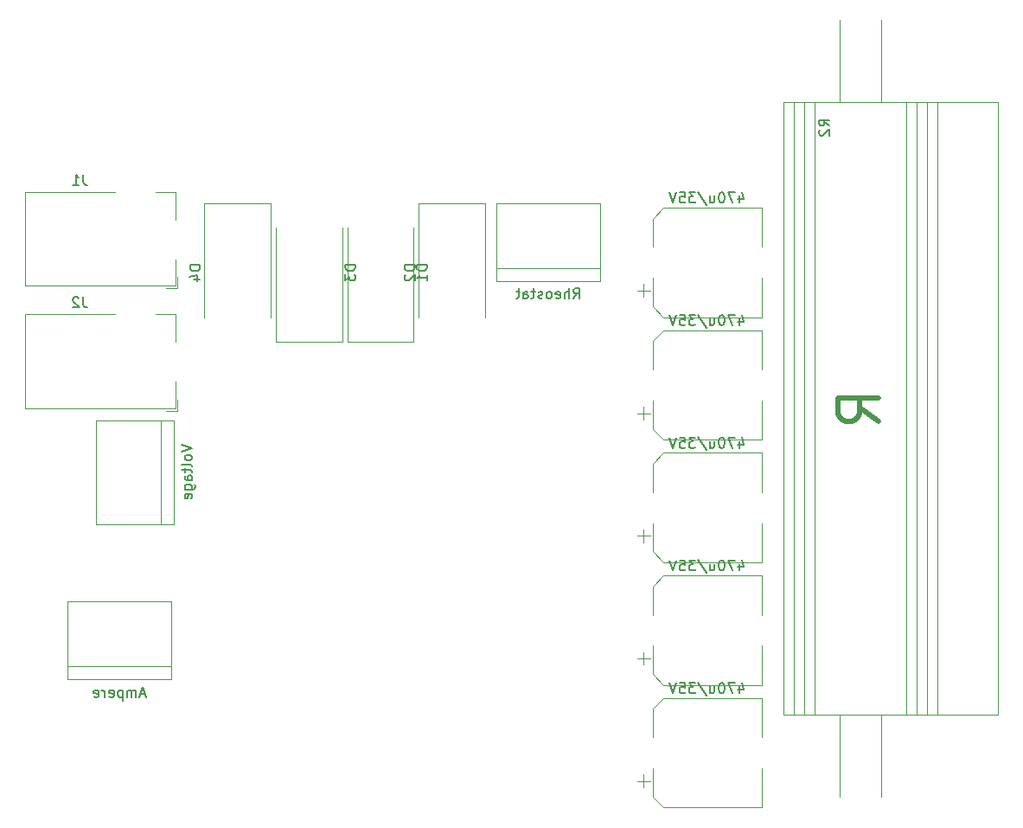
<source format=gbr>
%TF.GenerationSoftware,KiCad,Pcbnew,(5.1.6)-1*%
%TF.CreationDate,2020-10-02T15:43:25+02:00*%
%TF.ProjectId,netzteilegeregelt,6e65747a-7465-4696-9c65-676572656765,rev?*%
%TF.SameCoordinates,Original*%
%TF.FileFunction,Legend,Bot*%
%TF.FilePolarity,Positive*%
%FSLAX46Y46*%
G04 Gerber Fmt 4.6, Leading zero omitted, Abs format (unit mm)*
G04 Created by KiCad (PCBNEW (5.1.6)-1) date 2020-10-02 15:43:25*
%MOMM*%
%LPD*%
G01*
G04 APERTURE LIST*
%ADD10C,0.120000*%
%ADD11C,0.150000*%
%ADD12C,0.500000*%
G04 APERTURE END LIST*
D10*
%TO.C,R2*%
X127500000Y-74300000D02*
X127500000Y-134300000D01*
X124500000Y-134300000D02*
X145500000Y-134300000D01*
X145500000Y-134300000D02*
X145500000Y-74300000D01*
X145500000Y-74300000D02*
X124500000Y-74300000D01*
X132000000Y-134300000D02*
X129000000Y-134300000D01*
X125500000Y-134300000D02*
X125500000Y-74300000D01*
X124500000Y-74300000D02*
X124500000Y-134300000D01*
X126500000Y-134300000D02*
X126500000Y-74300000D01*
X138500000Y-74300000D02*
X138500000Y-134300000D01*
X139500000Y-74300000D02*
X139500000Y-134300000D01*
X130000000Y-134300000D02*
X130000000Y-142300000D01*
X134000000Y-142300000D02*
X134000000Y-134300000D01*
X134000000Y-74300000D02*
X134000000Y-66300000D01*
X130000000Y-66300000D02*
X130000000Y-74300000D01*
X137500000Y-74300000D02*
X137500000Y-134300000D01*
X136500000Y-74300000D02*
X136500000Y-134300000D01*
%TO.C,J5*%
X64810000Y-105460000D02*
X64810000Y-115620000D01*
X57190000Y-105460000D02*
X64810000Y-105460000D01*
X57190000Y-115620000D02*
X57190000Y-105460000D01*
X64810000Y-115620000D02*
X57190000Y-115620000D01*
X63540000Y-115620000D02*
X63540000Y-105460000D01*
%TO.C,J4*%
X64540000Y-130810000D02*
X54380000Y-130810000D01*
X64540000Y-123190000D02*
X64540000Y-130810000D01*
X54380000Y-123190000D02*
X64540000Y-123190000D01*
X54380000Y-130810000D02*
X54380000Y-123190000D01*
X54380000Y-129540000D02*
X64540000Y-129540000D01*
%TO.C,J3*%
X106540000Y-91810000D02*
X96380000Y-91810000D01*
X106540000Y-84190000D02*
X106540000Y-91810000D01*
X96380000Y-84190000D02*
X106540000Y-84190000D01*
X96380000Y-91810000D02*
X96380000Y-84190000D01*
X96380000Y-90540000D02*
X106540000Y-90540000D01*
%TO.C,J2*%
X64900000Y-104300000D02*
X64900000Y-101700000D01*
X50200000Y-104300000D02*
X64900000Y-104300000D01*
X64900000Y-95100000D02*
X63000000Y-95100000D01*
X64900000Y-97800000D02*
X64900000Y-95100000D01*
X50200000Y-95100000D02*
X50200000Y-104300000D01*
X59000000Y-95100000D02*
X50200000Y-95100000D01*
X64050000Y-104500000D02*
X65100000Y-104500000D01*
X65100000Y-103450000D02*
X65100000Y-104500000D01*
%TO.C,J1*%
X64900000Y-92300000D02*
X64900000Y-89700000D01*
X50200000Y-92300000D02*
X64900000Y-92300000D01*
X64900000Y-83100000D02*
X63000000Y-83100000D01*
X64900000Y-85800000D02*
X64900000Y-83100000D01*
X50200000Y-83100000D02*
X50200000Y-92300000D01*
X59000000Y-83100000D02*
X50200000Y-83100000D01*
X64050000Y-92500000D02*
X65100000Y-92500000D01*
X65100000Y-91450000D02*
X65100000Y-92500000D01*
%TO.C,D4*%
X67750000Y-84200000D02*
X67750000Y-95400000D01*
X74250000Y-84200000D02*
X74250000Y-95400000D01*
X74250000Y-84200000D02*
X67750000Y-84200000D01*
%TO.C,D3*%
X81250000Y-97800000D02*
X81250000Y-86600000D01*
X74750000Y-97800000D02*
X74750000Y-86600000D01*
X74750000Y-97800000D02*
X81250000Y-97800000D01*
%TO.C,D2*%
X88750000Y-84200000D02*
X88750000Y-95400000D01*
X95250000Y-84200000D02*
X95250000Y-95400000D01*
X95250000Y-84200000D02*
X88750000Y-84200000D01*
%TO.C,D1*%
X88250000Y-97800000D02*
X88250000Y-86600000D01*
X81750000Y-97800000D02*
X81750000Y-86600000D01*
X81750000Y-97800000D02*
X88250000Y-97800000D01*
%TO.C,C5*%
X110775000Y-117385000D02*
X110775000Y-116135000D01*
X110150000Y-116760000D02*
X111400000Y-116760000D01*
X111640000Y-109704437D02*
X112704437Y-108640000D01*
X111640000Y-118295563D02*
X112704437Y-119360000D01*
X111640000Y-118295563D02*
X111640000Y-115510000D01*
X111640000Y-109704437D02*
X111640000Y-112490000D01*
X112704437Y-108640000D02*
X122360000Y-108640000D01*
X112704437Y-119360000D02*
X122360000Y-119360000D01*
X122360000Y-119360000D02*
X122360000Y-115510000D01*
X122360000Y-108640000D02*
X122360000Y-112490000D01*
%TO.C,C4*%
X110775000Y-141385000D02*
X110775000Y-140135000D01*
X110150000Y-140760000D02*
X111400000Y-140760000D01*
X111640000Y-133704437D02*
X112704437Y-132640000D01*
X111640000Y-142295563D02*
X112704437Y-143360000D01*
X111640000Y-142295563D02*
X111640000Y-139510000D01*
X111640000Y-133704437D02*
X111640000Y-136490000D01*
X112704437Y-132640000D02*
X122360000Y-132640000D01*
X112704437Y-143360000D02*
X122360000Y-143360000D01*
X122360000Y-143360000D02*
X122360000Y-139510000D01*
X122360000Y-132640000D02*
X122360000Y-136490000D01*
%TO.C,C3*%
X110775000Y-93385000D02*
X110775000Y-92135000D01*
X110150000Y-92760000D02*
X111400000Y-92760000D01*
X111640000Y-85704437D02*
X112704437Y-84640000D01*
X111640000Y-94295563D02*
X112704437Y-95360000D01*
X111640000Y-94295563D02*
X111640000Y-91510000D01*
X111640000Y-85704437D02*
X111640000Y-88490000D01*
X112704437Y-84640000D02*
X122360000Y-84640000D01*
X112704437Y-95360000D02*
X122360000Y-95360000D01*
X122360000Y-95360000D02*
X122360000Y-91510000D01*
X122360000Y-84640000D02*
X122360000Y-88490000D01*
%TO.C,C2*%
X110775000Y-129385000D02*
X110775000Y-128135000D01*
X110150000Y-128760000D02*
X111400000Y-128760000D01*
X111640000Y-121704437D02*
X112704437Y-120640000D01*
X111640000Y-130295563D02*
X112704437Y-131360000D01*
X111640000Y-130295563D02*
X111640000Y-127510000D01*
X111640000Y-121704437D02*
X111640000Y-124490000D01*
X112704437Y-120640000D02*
X122360000Y-120640000D01*
X112704437Y-131360000D02*
X122360000Y-131360000D01*
X122360000Y-131360000D02*
X122360000Y-127510000D01*
X122360000Y-120640000D02*
X122360000Y-124490000D01*
%TO.C,C1*%
X110775000Y-105385000D02*
X110775000Y-104135000D01*
X110150000Y-104760000D02*
X111400000Y-104760000D01*
X111640000Y-97704437D02*
X112704437Y-96640000D01*
X111640000Y-106295563D02*
X112704437Y-107360000D01*
X111640000Y-106295563D02*
X111640000Y-103510000D01*
X111640000Y-97704437D02*
X111640000Y-100490000D01*
X112704437Y-96640000D02*
X122360000Y-96640000D01*
X112704437Y-107360000D02*
X122360000Y-107360000D01*
X122360000Y-107360000D02*
X122360000Y-103510000D01*
X122360000Y-96640000D02*
X122360000Y-100490000D01*
%TO.C,R2*%
D11*
X128952380Y-76633333D02*
X128476190Y-76300000D01*
X128952380Y-76061904D02*
X127952380Y-76061904D01*
X127952380Y-76442857D01*
X128000000Y-76538095D01*
X128047619Y-76585714D01*
X128142857Y-76633333D01*
X128285714Y-76633333D01*
X128380952Y-76585714D01*
X128428571Y-76538095D01*
X128476190Y-76442857D01*
X128476190Y-76061904D01*
X128047619Y-77014285D02*
X128000000Y-77061904D01*
X127952380Y-77157142D01*
X127952380Y-77395238D01*
X128000000Y-77490476D01*
X128047619Y-77538095D01*
X128142857Y-77585714D01*
X128238095Y-77585714D01*
X128380952Y-77538095D01*
X128952380Y-76966666D01*
X128952380Y-77585714D01*
D12*
X133809523Y-105538095D02*
X131904761Y-104204761D01*
X133809523Y-103252380D02*
X129809523Y-103252380D01*
X129809523Y-104776190D01*
X130000000Y-105157142D01*
X130190476Y-105347619D01*
X130571428Y-105538095D01*
X131142857Y-105538095D01*
X131523809Y-105347619D01*
X131714285Y-105157142D01*
X131904761Y-104776190D01*
X131904761Y-103252380D01*
%TO.C,J5*%
D11*
X65532380Y-107873333D02*
X66532380Y-108206666D01*
X65532380Y-108540000D01*
X66532380Y-109016190D02*
X66484761Y-108920952D01*
X66437142Y-108873333D01*
X66341904Y-108825714D01*
X66056190Y-108825714D01*
X65960952Y-108873333D01*
X65913333Y-108920952D01*
X65865714Y-109016190D01*
X65865714Y-109159047D01*
X65913333Y-109254285D01*
X65960952Y-109301904D01*
X66056190Y-109349523D01*
X66341904Y-109349523D01*
X66437142Y-109301904D01*
X66484761Y-109254285D01*
X66532380Y-109159047D01*
X66532380Y-109016190D01*
X66532380Y-109920952D02*
X66484761Y-109825714D01*
X66389523Y-109778095D01*
X65532380Y-109778095D01*
X65865714Y-110159047D02*
X65865714Y-110540000D01*
X65532380Y-110301904D02*
X66389523Y-110301904D01*
X66484761Y-110349523D01*
X66532380Y-110444761D01*
X66532380Y-110540000D01*
X66532380Y-111301904D02*
X66008571Y-111301904D01*
X65913333Y-111254285D01*
X65865714Y-111159047D01*
X65865714Y-110968571D01*
X65913333Y-110873333D01*
X66484761Y-111301904D02*
X66532380Y-111206666D01*
X66532380Y-110968571D01*
X66484761Y-110873333D01*
X66389523Y-110825714D01*
X66294285Y-110825714D01*
X66199047Y-110873333D01*
X66151428Y-110968571D01*
X66151428Y-111206666D01*
X66103809Y-111301904D01*
X65865714Y-112206666D02*
X66675238Y-112206666D01*
X66770476Y-112159047D01*
X66818095Y-112111428D01*
X66865714Y-112016190D01*
X66865714Y-111873333D01*
X66818095Y-111778095D01*
X66484761Y-112206666D02*
X66532380Y-112111428D01*
X66532380Y-111920952D01*
X66484761Y-111825714D01*
X66437142Y-111778095D01*
X66341904Y-111730476D01*
X66056190Y-111730476D01*
X65960952Y-111778095D01*
X65913333Y-111825714D01*
X65865714Y-111920952D01*
X65865714Y-112111428D01*
X65913333Y-112206666D01*
X66484761Y-113063809D02*
X66532380Y-112968571D01*
X66532380Y-112778095D01*
X66484761Y-112682857D01*
X66389523Y-112635238D01*
X66008571Y-112635238D01*
X65913333Y-112682857D01*
X65865714Y-112778095D01*
X65865714Y-112968571D01*
X65913333Y-113063809D01*
X66008571Y-113111428D01*
X66103809Y-113111428D01*
X66199047Y-112635238D01*
%TO.C,J4*%
X61983809Y-132246666D02*
X61507619Y-132246666D01*
X62079047Y-132532380D02*
X61745714Y-131532380D01*
X61412380Y-132532380D01*
X61079047Y-132532380D02*
X61079047Y-131865714D01*
X61079047Y-131960952D02*
X61031428Y-131913333D01*
X60936190Y-131865714D01*
X60793333Y-131865714D01*
X60698095Y-131913333D01*
X60650476Y-132008571D01*
X60650476Y-132532380D01*
X60650476Y-132008571D02*
X60602857Y-131913333D01*
X60507619Y-131865714D01*
X60364761Y-131865714D01*
X60269523Y-131913333D01*
X60221904Y-132008571D01*
X60221904Y-132532380D01*
X59745714Y-131865714D02*
X59745714Y-132865714D01*
X59745714Y-131913333D02*
X59650476Y-131865714D01*
X59460000Y-131865714D01*
X59364761Y-131913333D01*
X59317142Y-131960952D01*
X59269523Y-132056190D01*
X59269523Y-132341904D01*
X59317142Y-132437142D01*
X59364761Y-132484761D01*
X59460000Y-132532380D01*
X59650476Y-132532380D01*
X59745714Y-132484761D01*
X58460000Y-132484761D02*
X58555238Y-132532380D01*
X58745714Y-132532380D01*
X58840952Y-132484761D01*
X58888571Y-132389523D01*
X58888571Y-132008571D01*
X58840952Y-131913333D01*
X58745714Y-131865714D01*
X58555238Y-131865714D01*
X58460000Y-131913333D01*
X58412380Y-132008571D01*
X58412380Y-132103809D01*
X58888571Y-132199047D01*
X57983809Y-132532380D02*
X57983809Y-131865714D01*
X57983809Y-132056190D02*
X57936190Y-131960952D01*
X57888571Y-131913333D01*
X57793333Y-131865714D01*
X57698095Y-131865714D01*
X56983809Y-132484761D02*
X57079047Y-132532380D01*
X57269523Y-132532380D01*
X57364761Y-132484761D01*
X57412380Y-132389523D01*
X57412380Y-132008571D01*
X57364761Y-131913333D01*
X57269523Y-131865714D01*
X57079047Y-131865714D01*
X56983809Y-131913333D01*
X56936190Y-132008571D01*
X56936190Y-132103809D01*
X57412380Y-132199047D01*
%TO.C,J3*%
X103912380Y-93532380D02*
X104245714Y-93056190D01*
X104483809Y-93532380D02*
X104483809Y-92532380D01*
X104102857Y-92532380D01*
X104007619Y-92580000D01*
X103960000Y-92627619D01*
X103912380Y-92722857D01*
X103912380Y-92865714D01*
X103960000Y-92960952D01*
X104007619Y-93008571D01*
X104102857Y-93056190D01*
X104483809Y-93056190D01*
X103483809Y-93532380D02*
X103483809Y-92532380D01*
X103055238Y-93532380D02*
X103055238Y-93008571D01*
X103102857Y-92913333D01*
X103198095Y-92865714D01*
X103340952Y-92865714D01*
X103436190Y-92913333D01*
X103483809Y-92960952D01*
X102198095Y-93484761D02*
X102293333Y-93532380D01*
X102483809Y-93532380D01*
X102579047Y-93484761D01*
X102626666Y-93389523D01*
X102626666Y-93008571D01*
X102579047Y-92913333D01*
X102483809Y-92865714D01*
X102293333Y-92865714D01*
X102198095Y-92913333D01*
X102150476Y-93008571D01*
X102150476Y-93103809D01*
X102626666Y-93199047D01*
X101579047Y-93532380D02*
X101674285Y-93484761D01*
X101721904Y-93437142D01*
X101769523Y-93341904D01*
X101769523Y-93056190D01*
X101721904Y-92960952D01*
X101674285Y-92913333D01*
X101579047Y-92865714D01*
X101436190Y-92865714D01*
X101340952Y-92913333D01*
X101293333Y-92960952D01*
X101245714Y-93056190D01*
X101245714Y-93341904D01*
X101293333Y-93437142D01*
X101340952Y-93484761D01*
X101436190Y-93532380D01*
X101579047Y-93532380D01*
X100864761Y-93484761D02*
X100769523Y-93532380D01*
X100579047Y-93532380D01*
X100483809Y-93484761D01*
X100436190Y-93389523D01*
X100436190Y-93341904D01*
X100483809Y-93246666D01*
X100579047Y-93199047D01*
X100721904Y-93199047D01*
X100817142Y-93151428D01*
X100864761Y-93056190D01*
X100864761Y-93008571D01*
X100817142Y-92913333D01*
X100721904Y-92865714D01*
X100579047Y-92865714D01*
X100483809Y-92913333D01*
X100150476Y-92865714D02*
X99769523Y-92865714D01*
X100007619Y-92532380D02*
X100007619Y-93389523D01*
X99960000Y-93484761D01*
X99864761Y-93532380D01*
X99769523Y-93532380D01*
X99007619Y-93532380D02*
X99007619Y-93008571D01*
X99055238Y-92913333D01*
X99150476Y-92865714D01*
X99340952Y-92865714D01*
X99436190Y-92913333D01*
X99007619Y-93484761D02*
X99102857Y-93532380D01*
X99340952Y-93532380D01*
X99436190Y-93484761D01*
X99483809Y-93389523D01*
X99483809Y-93294285D01*
X99436190Y-93199047D01*
X99340952Y-93151428D01*
X99102857Y-93151428D01*
X99007619Y-93103809D01*
X98674285Y-92865714D02*
X98293333Y-92865714D01*
X98531428Y-92532380D02*
X98531428Y-93389523D01*
X98483809Y-93484761D01*
X98388571Y-93532380D01*
X98293333Y-93532380D01*
%TO.C,J2*%
X55883333Y-93402380D02*
X55883333Y-94116666D01*
X55930952Y-94259523D01*
X56026190Y-94354761D01*
X56169047Y-94402380D01*
X56264285Y-94402380D01*
X55454761Y-93497619D02*
X55407142Y-93450000D01*
X55311904Y-93402380D01*
X55073809Y-93402380D01*
X54978571Y-93450000D01*
X54930952Y-93497619D01*
X54883333Y-93592857D01*
X54883333Y-93688095D01*
X54930952Y-93830952D01*
X55502380Y-94402380D01*
X54883333Y-94402380D01*
%TO.C,J1*%
X55883333Y-81402380D02*
X55883333Y-82116666D01*
X55930952Y-82259523D01*
X56026190Y-82354761D01*
X56169047Y-82402380D01*
X56264285Y-82402380D01*
X54883333Y-82402380D02*
X55454761Y-82402380D01*
X55169047Y-82402380D02*
X55169047Y-81402380D01*
X55264285Y-81545238D01*
X55359523Y-81640476D01*
X55454761Y-81688095D01*
%TO.C,D4*%
X67352380Y-90261904D02*
X66352380Y-90261904D01*
X66352380Y-90500000D01*
X66400000Y-90642857D01*
X66495238Y-90738095D01*
X66590476Y-90785714D01*
X66780952Y-90833333D01*
X66923809Y-90833333D01*
X67114285Y-90785714D01*
X67209523Y-90738095D01*
X67304761Y-90642857D01*
X67352380Y-90500000D01*
X67352380Y-90261904D01*
X66685714Y-91690476D02*
X67352380Y-91690476D01*
X66304761Y-91452380D02*
X67019047Y-91214285D01*
X67019047Y-91833333D01*
%TO.C,D3*%
X82552380Y-90261904D02*
X81552380Y-90261904D01*
X81552380Y-90500000D01*
X81600000Y-90642857D01*
X81695238Y-90738095D01*
X81790476Y-90785714D01*
X81980952Y-90833333D01*
X82123809Y-90833333D01*
X82314285Y-90785714D01*
X82409523Y-90738095D01*
X82504761Y-90642857D01*
X82552380Y-90500000D01*
X82552380Y-90261904D01*
X81552380Y-91166666D02*
X81552380Y-91785714D01*
X81933333Y-91452380D01*
X81933333Y-91595238D01*
X81980952Y-91690476D01*
X82028571Y-91738095D01*
X82123809Y-91785714D01*
X82361904Y-91785714D01*
X82457142Y-91738095D01*
X82504761Y-91690476D01*
X82552380Y-91595238D01*
X82552380Y-91309523D01*
X82504761Y-91214285D01*
X82457142Y-91166666D01*
%TO.C,D2*%
X88352380Y-90261904D02*
X87352380Y-90261904D01*
X87352380Y-90500000D01*
X87400000Y-90642857D01*
X87495238Y-90738095D01*
X87590476Y-90785714D01*
X87780952Y-90833333D01*
X87923809Y-90833333D01*
X88114285Y-90785714D01*
X88209523Y-90738095D01*
X88304761Y-90642857D01*
X88352380Y-90500000D01*
X88352380Y-90261904D01*
X87447619Y-91214285D02*
X87400000Y-91261904D01*
X87352380Y-91357142D01*
X87352380Y-91595238D01*
X87400000Y-91690476D01*
X87447619Y-91738095D01*
X87542857Y-91785714D01*
X87638095Y-91785714D01*
X87780952Y-91738095D01*
X88352380Y-91166666D01*
X88352380Y-91785714D01*
%TO.C,D1*%
X89552380Y-90261904D02*
X88552380Y-90261904D01*
X88552380Y-90500000D01*
X88600000Y-90642857D01*
X88695238Y-90738095D01*
X88790476Y-90785714D01*
X88980952Y-90833333D01*
X89123809Y-90833333D01*
X89314285Y-90785714D01*
X89409523Y-90738095D01*
X89504761Y-90642857D01*
X89552380Y-90500000D01*
X89552380Y-90261904D01*
X89552380Y-91785714D02*
X89552380Y-91214285D01*
X89552380Y-91500000D02*
X88552380Y-91500000D01*
X88695238Y-91404761D01*
X88790476Y-91309523D01*
X88838095Y-91214285D01*
%TO.C,C5*%
X120119047Y-107485714D02*
X120119047Y-108152380D01*
X120357142Y-107104761D02*
X120595238Y-107819047D01*
X119976190Y-107819047D01*
X119690476Y-107152380D02*
X119023809Y-107152380D01*
X119452380Y-108152380D01*
X118452380Y-107152380D02*
X118357142Y-107152380D01*
X118261904Y-107200000D01*
X118214285Y-107247619D01*
X118166666Y-107342857D01*
X118119047Y-107533333D01*
X118119047Y-107771428D01*
X118166666Y-107961904D01*
X118214285Y-108057142D01*
X118261904Y-108104761D01*
X118357142Y-108152380D01*
X118452380Y-108152380D01*
X118547619Y-108104761D01*
X118595238Y-108057142D01*
X118642857Y-107961904D01*
X118690476Y-107771428D01*
X118690476Y-107533333D01*
X118642857Y-107342857D01*
X118595238Y-107247619D01*
X118547619Y-107200000D01*
X118452380Y-107152380D01*
X117261904Y-107485714D02*
X117261904Y-108152380D01*
X117690476Y-107485714D02*
X117690476Y-108009523D01*
X117642857Y-108104761D01*
X117547619Y-108152380D01*
X117404761Y-108152380D01*
X117309523Y-108104761D01*
X117261904Y-108057142D01*
X116071428Y-107104761D02*
X116928571Y-108390476D01*
X115833333Y-107152380D02*
X115214285Y-107152380D01*
X115547619Y-107533333D01*
X115404761Y-107533333D01*
X115309523Y-107580952D01*
X115261904Y-107628571D01*
X115214285Y-107723809D01*
X115214285Y-107961904D01*
X115261904Y-108057142D01*
X115309523Y-108104761D01*
X115404761Y-108152380D01*
X115690476Y-108152380D01*
X115785714Y-108104761D01*
X115833333Y-108057142D01*
X114309523Y-107152380D02*
X114785714Y-107152380D01*
X114833333Y-107628571D01*
X114785714Y-107580952D01*
X114690476Y-107533333D01*
X114452380Y-107533333D01*
X114357142Y-107580952D01*
X114309523Y-107628571D01*
X114261904Y-107723809D01*
X114261904Y-107961904D01*
X114309523Y-108057142D01*
X114357142Y-108104761D01*
X114452380Y-108152380D01*
X114690476Y-108152380D01*
X114785714Y-108104761D01*
X114833333Y-108057142D01*
X113976190Y-107152380D02*
X113642857Y-108152380D01*
X113309523Y-107152380D01*
%TO.C,C4*%
X120119047Y-131485714D02*
X120119047Y-132152380D01*
X120357142Y-131104761D02*
X120595238Y-131819047D01*
X119976190Y-131819047D01*
X119690476Y-131152380D02*
X119023809Y-131152380D01*
X119452380Y-132152380D01*
X118452380Y-131152380D02*
X118357142Y-131152380D01*
X118261904Y-131200000D01*
X118214285Y-131247619D01*
X118166666Y-131342857D01*
X118119047Y-131533333D01*
X118119047Y-131771428D01*
X118166666Y-131961904D01*
X118214285Y-132057142D01*
X118261904Y-132104761D01*
X118357142Y-132152380D01*
X118452380Y-132152380D01*
X118547619Y-132104761D01*
X118595238Y-132057142D01*
X118642857Y-131961904D01*
X118690476Y-131771428D01*
X118690476Y-131533333D01*
X118642857Y-131342857D01*
X118595238Y-131247619D01*
X118547619Y-131200000D01*
X118452380Y-131152380D01*
X117261904Y-131485714D02*
X117261904Y-132152380D01*
X117690476Y-131485714D02*
X117690476Y-132009523D01*
X117642857Y-132104761D01*
X117547619Y-132152380D01*
X117404761Y-132152380D01*
X117309523Y-132104761D01*
X117261904Y-132057142D01*
X116071428Y-131104761D02*
X116928571Y-132390476D01*
X115833333Y-131152380D02*
X115214285Y-131152380D01*
X115547619Y-131533333D01*
X115404761Y-131533333D01*
X115309523Y-131580952D01*
X115261904Y-131628571D01*
X115214285Y-131723809D01*
X115214285Y-131961904D01*
X115261904Y-132057142D01*
X115309523Y-132104761D01*
X115404761Y-132152380D01*
X115690476Y-132152380D01*
X115785714Y-132104761D01*
X115833333Y-132057142D01*
X114309523Y-131152380D02*
X114785714Y-131152380D01*
X114833333Y-131628571D01*
X114785714Y-131580952D01*
X114690476Y-131533333D01*
X114452380Y-131533333D01*
X114357142Y-131580952D01*
X114309523Y-131628571D01*
X114261904Y-131723809D01*
X114261904Y-131961904D01*
X114309523Y-132057142D01*
X114357142Y-132104761D01*
X114452380Y-132152380D01*
X114690476Y-132152380D01*
X114785714Y-132104761D01*
X114833333Y-132057142D01*
X113976190Y-131152380D02*
X113642857Y-132152380D01*
X113309523Y-131152380D01*
%TO.C,C3*%
X120119047Y-83485714D02*
X120119047Y-84152380D01*
X120357142Y-83104761D02*
X120595238Y-83819047D01*
X119976190Y-83819047D01*
X119690476Y-83152380D02*
X119023809Y-83152380D01*
X119452380Y-84152380D01*
X118452380Y-83152380D02*
X118357142Y-83152380D01*
X118261904Y-83200000D01*
X118214285Y-83247619D01*
X118166666Y-83342857D01*
X118119047Y-83533333D01*
X118119047Y-83771428D01*
X118166666Y-83961904D01*
X118214285Y-84057142D01*
X118261904Y-84104761D01*
X118357142Y-84152380D01*
X118452380Y-84152380D01*
X118547619Y-84104761D01*
X118595238Y-84057142D01*
X118642857Y-83961904D01*
X118690476Y-83771428D01*
X118690476Y-83533333D01*
X118642857Y-83342857D01*
X118595238Y-83247619D01*
X118547619Y-83200000D01*
X118452380Y-83152380D01*
X117261904Y-83485714D02*
X117261904Y-84152380D01*
X117690476Y-83485714D02*
X117690476Y-84009523D01*
X117642857Y-84104761D01*
X117547619Y-84152380D01*
X117404761Y-84152380D01*
X117309523Y-84104761D01*
X117261904Y-84057142D01*
X116071428Y-83104761D02*
X116928571Y-84390476D01*
X115833333Y-83152380D02*
X115214285Y-83152380D01*
X115547619Y-83533333D01*
X115404761Y-83533333D01*
X115309523Y-83580952D01*
X115261904Y-83628571D01*
X115214285Y-83723809D01*
X115214285Y-83961904D01*
X115261904Y-84057142D01*
X115309523Y-84104761D01*
X115404761Y-84152380D01*
X115690476Y-84152380D01*
X115785714Y-84104761D01*
X115833333Y-84057142D01*
X114309523Y-83152380D02*
X114785714Y-83152380D01*
X114833333Y-83628571D01*
X114785714Y-83580952D01*
X114690476Y-83533333D01*
X114452380Y-83533333D01*
X114357142Y-83580952D01*
X114309523Y-83628571D01*
X114261904Y-83723809D01*
X114261904Y-83961904D01*
X114309523Y-84057142D01*
X114357142Y-84104761D01*
X114452380Y-84152380D01*
X114690476Y-84152380D01*
X114785714Y-84104761D01*
X114833333Y-84057142D01*
X113976190Y-83152380D02*
X113642857Y-84152380D01*
X113309523Y-83152380D01*
%TO.C,C2*%
X120119047Y-119485714D02*
X120119047Y-120152380D01*
X120357142Y-119104761D02*
X120595238Y-119819047D01*
X119976190Y-119819047D01*
X119690476Y-119152380D02*
X119023809Y-119152380D01*
X119452380Y-120152380D01*
X118452380Y-119152380D02*
X118357142Y-119152380D01*
X118261904Y-119200000D01*
X118214285Y-119247619D01*
X118166666Y-119342857D01*
X118119047Y-119533333D01*
X118119047Y-119771428D01*
X118166666Y-119961904D01*
X118214285Y-120057142D01*
X118261904Y-120104761D01*
X118357142Y-120152380D01*
X118452380Y-120152380D01*
X118547619Y-120104761D01*
X118595238Y-120057142D01*
X118642857Y-119961904D01*
X118690476Y-119771428D01*
X118690476Y-119533333D01*
X118642857Y-119342857D01*
X118595238Y-119247619D01*
X118547619Y-119200000D01*
X118452380Y-119152380D01*
X117261904Y-119485714D02*
X117261904Y-120152380D01*
X117690476Y-119485714D02*
X117690476Y-120009523D01*
X117642857Y-120104761D01*
X117547619Y-120152380D01*
X117404761Y-120152380D01*
X117309523Y-120104761D01*
X117261904Y-120057142D01*
X116071428Y-119104761D02*
X116928571Y-120390476D01*
X115833333Y-119152380D02*
X115214285Y-119152380D01*
X115547619Y-119533333D01*
X115404761Y-119533333D01*
X115309523Y-119580952D01*
X115261904Y-119628571D01*
X115214285Y-119723809D01*
X115214285Y-119961904D01*
X115261904Y-120057142D01*
X115309523Y-120104761D01*
X115404761Y-120152380D01*
X115690476Y-120152380D01*
X115785714Y-120104761D01*
X115833333Y-120057142D01*
X114309523Y-119152380D02*
X114785714Y-119152380D01*
X114833333Y-119628571D01*
X114785714Y-119580952D01*
X114690476Y-119533333D01*
X114452380Y-119533333D01*
X114357142Y-119580952D01*
X114309523Y-119628571D01*
X114261904Y-119723809D01*
X114261904Y-119961904D01*
X114309523Y-120057142D01*
X114357142Y-120104761D01*
X114452380Y-120152380D01*
X114690476Y-120152380D01*
X114785714Y-120104761D01*
X114833333Y-120057142D01*
X113976190Y-119152380D02*
X113642857Y-120152380D01*
X113309523Y-119152380D01*
%TO.C,C1*%
X120119047Y-95485714D02*
X120119047Y-96152380D01*
X120357142Y-95104761D02*
X120595238Y-95819047D01*
X119976190Y-95819047D01*
X119690476Y-95152380D02*
X119023809Y-95152380D01*
X119452380Y-96152380D01*
X118452380Y-95152380D02*
X118357142Y-95152380D01*
X118261904Y-95200000D01*
X118214285Y-95247619D01*
X118166666Y-95342857D01*
X118119047Y-95533333D01*
X118119047Y-95771428D01*
X118166666Y-95961904D01*
X118214285Y-96057142D01*
X118261904Y-96104761D01*
X118357142Y-96152380D01*
X118452380Y-96152380D01*
X118547619Y-96104761D01*
X118595238Y-96057142D01*
X118642857Y-95961904D01*
X118690476Y-95771428D01*
X118690476Y-95533333D01*
X118642857Y-95342857D01*
X118595238Y-95247619D01*
X118547619Y-95200000D01*
X118452380Y-95152380D01*
X117261904Y-95485714D02*
X117261904Y-96152380D01*
X117690476Y-95485714D02*
X117690476Y-96009523D01*
X117642857Y-96104761D01*
X117547619Y-96152380D01*
X117404761Y-96152380D01*
X117309523Y-96104761D01*
X117261904Y-96057142D01*
X116071428Y-95104761D02*
X116928571Y-96390476D01*
X115833333Y-95152380D02*
X115214285Y-95152380D01*
X115547619Y-95533333D01*
X115404761Y-95533333D01*
X115309523Y-95580952D01*
X115261904Y-95628571D01*
X115214285Y-95723809D01*
X115214285Y-95961904D01*
X115261904Y-96057142D01*
X115309523Y-96104761D01*
X115404761Y-96152380D01*
X115690476Y-96152380D01*
X115785714Y-96104761D01*
X115833333Y-96057142D01*
X114309523Y-95152380D02*
X114785714Y-95152380D01*
X114833333Y-95628571D01*
X114785714Y-95580952D01*
X114690476Y-95533333D01*
X114452380Y-95533333D01*
X114357142Y-95580952D01*
X114309523Y-95628571D01*
X114261904Y-95723809D01*
X114261904Y-95961904D01*
X114309523Y-96057142D01*
X114357142Y-96104761D01*
X114452380Y-96152380D01*
X114690476Y-96152380D01*
X114785714Y-96104761D01*
X114833333Y-96057142D01*
X113976190Y-95152380D02*
X113642857Y-96152380D01*
X113309523Y-95152380D01*
%TD*%
M02*

</source>
